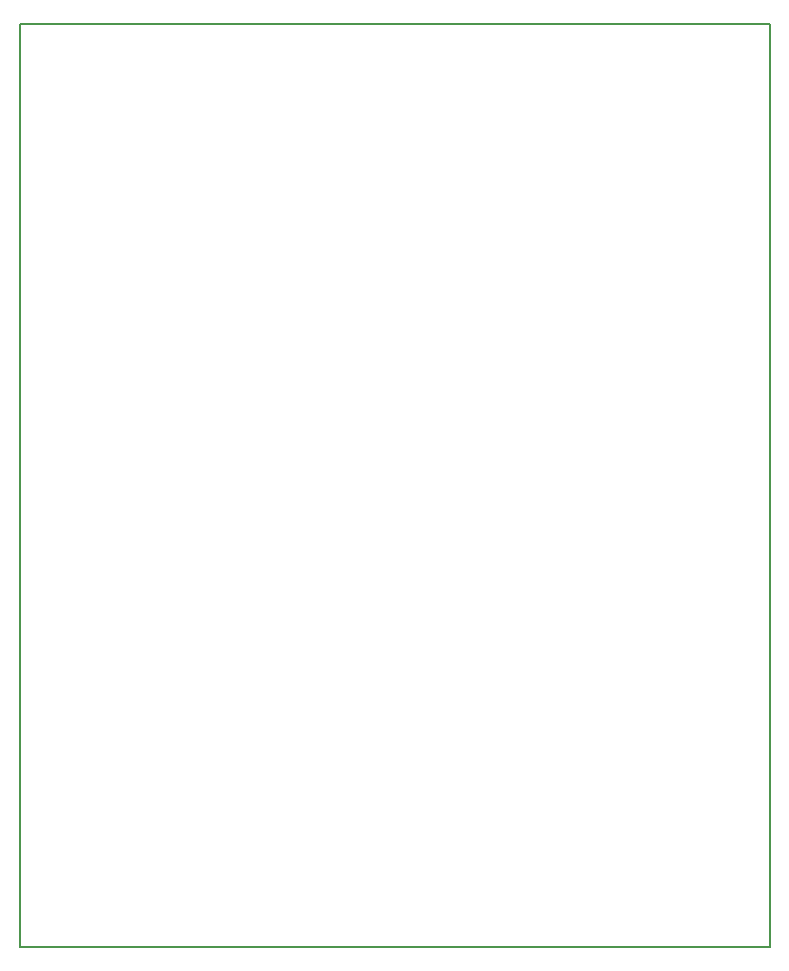
<source format=gbr>
G04 #@! TF.GenerationSoftware,KiCad,Pcbnew,5.0.1*
G04 #@! TF.CreationDate,2018-10-21T15:56:41-07:00*
G04 #@! TF.ProjectId,HSMC-GPIO-kicad,48534D432D4750494F2D6B696361642E,rev?*
G04 #@! TF.SameCoordinates,Original*
G04 #@! TF.FileFunction,Profile,NP*
%FSLAX46Y46*%
G04 Gerber Fmt 4.6, Leading zero omitted, Abs format (unit mm)*
G04 Created by KiCad (PCBNEW 5.0.1) date Sun 21 Oct 2018 03:56:41 PM PDT*
%MOMM*%
%LPD*%
G01*
G04 APERTURE LIST*
%ADD10C,0.150000*%
G04 APERTURE END LIST*
D10*
X25400000Y-25400000D02*
X25400000Y-103530400D01*
X88900000Y-25400000D02*
X88900000Y-103530400D01*
X25400000Y-103530400D02*
X88900000Y-103530400D01*
X25400000Y-25400000D02*
X88900000Y-25400000D01*
M02*

</source>
